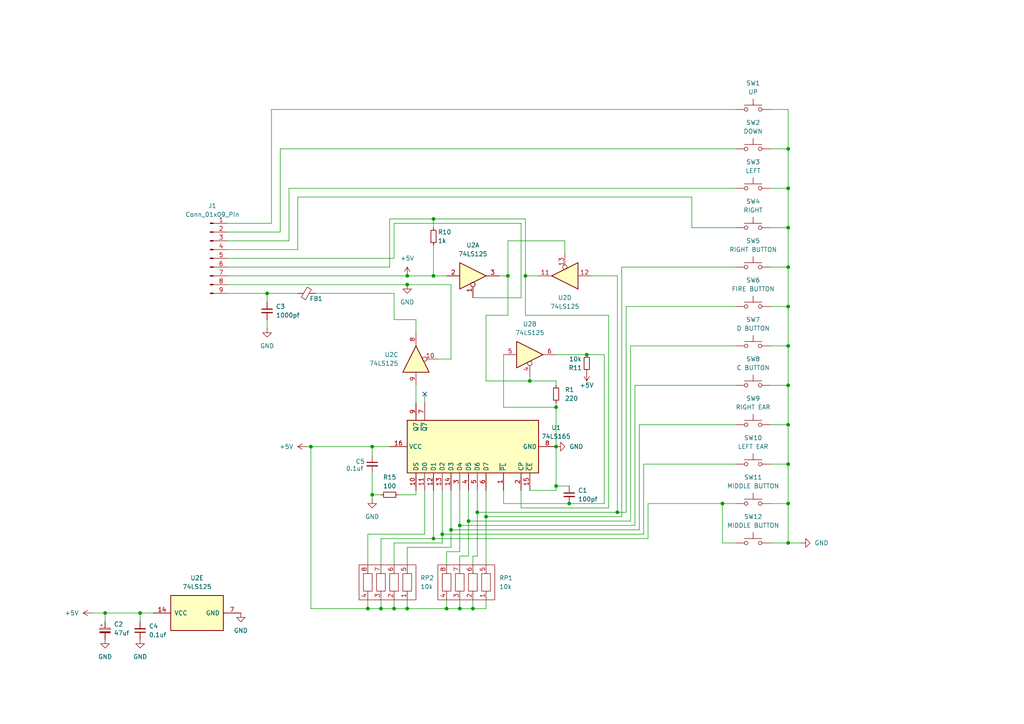
<source format=kicad_sch>
(kicad_sch (version 20231120) (generator "eeschema") (generator_version "8.0")
  (paper "A4")
  (title_block (title "CD32 to A500 pad") (date "MAR 2025") (rev "1") (company "CRG"))
  (lib_symbols
    (symbol "74xx:74LS125" (pin_names (offset 1.016))
      (property "Reference" "U" (at 0 1.27 0))
      (property "Value" "74LS125" (at 0 -1.27 0))
      (symbol "74LS125_1_0"
        (polyline (pts (xy -3.81 3.81) (xy -3.81 -3.81) (xy 3.81 0) (xy -3.81 3.81)) (stroke (width 0.254)) (fill (type background)))
        (pin input inverted (at 0 -6.35 90) (length 4.445) (name "~") (number "1"))
        (pin input line (at -7.62 0 0) (length 3.81) (name "~") (number "2"))
        (pin tri_state line (at 7.62 0 180) (length 3.81) (name "~") (number "3"))
      )
      (symbol "74LS125_2_0"
        (polyline (pts (xy -3.81 3.81) (xy -3.81 -3.81) (xy 3.81 0) (xy -3.81 3.81)) (stroke (width 0.254)) (fill (type background)))
        (pin input inverted (at 0 -6.35 90) (length 4.445) (name "~") (number "4"))
        (pin input line (at -7.62 0 0) (length 3.81) (name "~") (number "5"))
        (pin tri_state line (at 7.62 0 180) (length 3.81) (name "~") (number "6"))
      )
      (symbol "74LS125_3_0"
        (polyline (pts (xy -3.81 3.81) (xy -3.81 -3.81) (xy 3.81 0) (xy -3.81 3.81)) (stroke (width 0.254)) (fill (type background)))
        (pin input inverted (at 0 -6.35 90) (length 4.445) (name "~") (number "10"))
        (pin tri_state line (at 7.62 0 180) (length 3.81) (name "~") (number "8"))
        (pin input line (at -7.62 0 0) (length 3.81) (name "~") (number "9"))
      )
      (symbol "74LS125_4_0"
        (polyline (pts (xy -3.81 3.81) (xy -3.81 -3.81) (xy 3.81 0) (xy -3.81 3.81)) (stroke (width 0.254)) (fill (type background)))
        (pin tri_state line (at 7.62 0 180) (length 3.81) (name "~") (number "11"))
        (pin input line (at -7.62 0 0) (length 3.81) (name "~") (number "12"))
        (pin input inverted (at 0 -6.35 90) (length 4.445) (name "~") (number "13"))
      )
      (symbol "74LS125_5_0"
        (pin power_in line (at 0 12.7 270) (length 5.08) (name "VCC") (number "14"))
        (pin power_in line (at 0 -12.7 90) (length 5.08) (name "GND") (number "7"))
      )
      (symbol "74LS125_5_1"
        (rectangle (start -5.08 7.62) (end 5.08 -7.62) (stroke (width 0.254)) (fill (type background)))
      )
    )
    (symbol "74xx:74LS165"
      (property "Reference" "U" (at -7.62 19.05 0))
      (property "Value" "74LS165" (at -7.62 -21.59 0))
      (symbol "74LS165_1_0"
        (pin input line (at -12.7 -10.16 0) (length 5.08) (name "~{PL}") (number "1"))
        (pin input line (at -12.7 15.24 0) (length 5.08) (name "DS") (number "10"))
        (pin input line (at -12.7 12.7 0) (length 5.08) (name "D0") (number "11"))
        (pin input line (at -12.7 10.16 0) (length 5.08) (name "D1") (number "12"))
        (pin input line (at -12.7 7.62 0) (length 5.08) (name "D2") (number "13"))
        (pin input line (at -12.7 5.08 0) (length 5.08) (name "D3") (number "14"))
        (pin input line (at -12.7 -17.78 0) (length 5.08) (name "~{CE}") (number "15"))
        (pin power_in line (at 0 22.86 270) (length 5.08) (name "VCC") (number "16"))
        (pin input line (at -12.7 -15.24 0) (length 5.08) (name "CP") (number "2"))
        (pin input line (at -12.7 2.54 0) (length 5.08) (name "D4") (number "3"))
        (pin input line (at -12.7 0 0) (length 5.08) (name "D5") (number "4"))
        (pin input line (at -12.7 -2.54 0) (length 5.08) (name "D6") (number "5"))
        (pin input line (at -12.7 -5.08 0) (length 5.08) (name "D7") (number "6"))
        (pin output line (at 12.7 12.7 180) (length 5.08) (name "~{Q7}") (number "7"))
        (pin power_in line (at 0 -25.4 90) (length 5.08) (name "GND") (number "8"))
        (pin output line (at 12.7 15.24 180) (length 5.08) (name "Q7") (number "9"))
      )
      (symbol "74LS165_1_1"
        (rectangle (start -7.62 17.78) (end 7.62 -20.32) (stroke (width 0.254)) (fill (type background)))
      )
    )
    (symbol "Connector:Conn_01x09_Pin" (pin_names (offset 1.016) hide)
      (property "Reference" "J" (at 0 12.7 0))
      (property "Value" "Conn_01x09_Pin" (at 0 -12.7 0))
      (symbol "Conn_01x09_Pin_1_1"
        (polyline (pts (xy 1.27 -10.16) (xy 0.8636 -10.16)) (stroke (width 0.1524)))
        (polyline (pts (xy 1.27 -7.62) (xy 0.8636 -7.62)) (stroke (width 0.1524)))
        (polyline (pts (xy 1.27 -5.08) (xy 0.8636 -5.08)) (stroke (width 0.1524)))
        (polyline (pts (xy 1.27 -2.54) (xy 0.8636 -2.54)) (stroke (width 0.1524)))
        (polyline (pts (xy 1.27 0) (xy 0.8636 0)) (stroke (width 0.1524)))
        (polyline (pts (xy 1.27 2.54) (xy 0.8636 2.54)) (stroke (width 0.1524)))
        (polyline (pts (xy 1.27 5.08) (xy 0.8636 5.08)) (stroke (width 0.1524)))
        (polyline (pts (xy 1.27 7.62) (xy 0.8636 7.62)) (stroke (width 0.1524)))
        (polyline (pts (xy 1.27 10.16) (xy 0.8636 10.16)) (stroke (width 0.1524)))
        (rectangle (start 0.8636 -10.033) (end 0 -10.287) (stroke (width 0.1524)) (fill (type outline)))
        (rectangle (start 0.8636 -7.493) (end 0 -7.747) (stroke (width 0.1524)) (fill (type outline)))
        (rectangle (start 0.8636 -4.953) (end 0 -5.207) (stroke (width 0.1524)) (fill (type outline)))
        (rectangle (start 0.8636 -2.413) (end 0 -2.667) (stroke (width 0.1524)) (fill (type outline)))
        (rectangle (start 0.8636 0.127) (end 0 -0.127) (stroke (width 0.1524)) (fill (type outline)))
        (rectangle (start 0.8636 2.667) (end 0 2.413) (stroke (width 0.1524)) (fill (type outline)))
        (rectangle (start 0.8636 5.207) (end 0 4.953) (stroke (width 0.1524)) (fill (type outline)))
        (rectangle (start 0.8636 7.747) (end 0 7.493) (stroke (width 0.1524)) (fill (type outline)))
        (rectangle (start 0.8636 10.287) (end 0 10.033) (stroke (width 0.1524)) (fill (type outline)))
        (pin passive line (at 5.08 10.16 180) (length 3.81) (name "Pin_1") (number "1"))
        (pin passive line (at 5.08 7.62 180) (length 3.81) (name "Pin_2") (number "2"))
        (pin passive line (at 5.08 5.08 180) (length 3.81) (name "Pin_3") (number "3"))
        (pin passive line (at 5.08 2.54 180) (length 3.81) (name "Pin_4") (number "4"))
        (pin passive line (at 5.08 0 180) (length 3.81) (name "Pin_5") (number "5"))
        (pin passive line (at 5.08 -2.54 180) (length 3.81) (name "Pin_6") (number "6"))
        (pin passive line (at 5.08 -5.08 180) (length 3.81) (name "Pin_7") (number "7"))
        (pin passive line (at 5.08 -7.62 180) (length 3.81) (name "Pin_8") (number "8"))
        (pin passive line (at 5.08 -10.16 180) (length 3.81) (name "Pin_9") (number "9"))
      )
    )
    (symbol "Device:C_Polarized_Small" (pin_numbers hide) (pin_names (offset 0.254) hide)
      (property "Reference" "C" (at 0.254 1.778 0))
      (property "Value" "C_Polarized_Small" (at 0.254 -2.032 0))
      (symbol "C_Polarized_Small_0_1"
        (rectangle (start -1.524 -0.3048) (end 1.524 -0.6858) (fill (type outline)))
        (rectangle (start -1.524 0.6858) (end 1.524 0.3048))
        (polyline (pts (xy -1.27 1.524) (xy -0.762 1.524)))
        (polyline (pts (xy -1.016 1.27) (xy -1.016 1.778)))
      )
      (symbol "C_Polarized_Small_1_1"
        (pin passive line (at 0 2.54 270) (length 1.8542) (name "~") (number "1"))
        (pin passive line (at 0 -2.54 90) (length 1.8542) (name "~") (number "2"))
      )
    )
    (symbol "Device:C_Small" (pin_numbers hide) (pin_names (offset 0.254) hide)
      (property "Reference" "C" (at 0.254 1.778 0))
      (property "Value" "C_Small" (at 0.254 -2.032 0))
      (symbol "C_Small_0_1"
        (polyline (pts (xy -1.524 -0.508) (xy 1.524 -0.508)) (stroke (width 0.3302)))
        (polyline (pts (xy -1.524 0.508) (xy 1.524 0.508)) (stroke (width 0.3048)))
      )
      (symbol "C_Small_1_1"
        (pin passive line (at 0 2.54 270) (length 2.032) (name "~") (number "1"))
        (pin passive line (at 0 -2.54 90) (length 2.032) (name "~") (number "2"))
      )
    )
    (symbol "Device:FerriteBead_Small" (pin_numbers hide) (pin_names (offset 0))
      (property "Reference" "FB" (at 1.905 1.27 0))
      (property "Value" "FerriteBead_Small" (at 1.905 -1.27 0))
      (symbol "FerriteBead_Small_0_1"
        (polyline (pts (xy 0 -1.27) (xy 0 -0.7874)))
        (polyline (pts (xy 0 0.889) (xy 0 1.2954)))
        (polyline (pts (xy -1.8288 0.2794) (xy -1.1176 1.4986) (xy 1.8288 -0.2032) (xy 1.1176 -1.4224) (xy -1.8288 0.2794)))
      )
      (symbol "FerriteBead_Small_1_1"
        (pin passive line (at 0 2.54 270) (length 1.27) (name "~") (number "1"))
        (pin passive line (at 0 -2.54 90) (length 1.27) (name "~") (number "2"))
      )
    )
    (symbol "Device:R_Small" (pin_numbers hide) (pin_names (offset 0.254) hide)
      (property "Reference" "R" (at 0.762 0.508 0))
      (property "Value" "R_Small" (at 0.762 -1.016 0))
      (symbol "R_Small_0_1"
        (rectangle (start -0.762 1.778) (end 0.762 -1.778) (stroke (width 0.2032)))
      )
      (symbol "R_Small_1_1"
        (pin passive line (at 0 2.54 270) (length 0.762) (name "~") (number "1"))
        (pin passive line (at 0 -2.54 90) (length 0.762) (name "~") (number "2"))
      )
    )
    (symbol "Resistor-SIP_1" (pin_names (offset 1.016))
      (property "Reference" "RP2" (at 1.2701 -17.78 90))
      (property "Value" "10k" (at -1.2699 -17.78 90))
      (symbol "Resistor-SIP_1_0_1"
        (rectangle (start -2.54 -12.7) (end 2.54 -15.24))
        (rectangle (start -2.54 -8.89) (end 2.54 -11.43))
        (rectangle (start -2.54 -5.08) (end 2.54 -7.62))
        (rectangle (start -2.54 -1.27) (end 2.54 -3.81))
        (rectangle (start 5.08 -16.51) (end -5.08 0))
      )
      (symbol "Resistor-SIP_1_1_1"
        (pin input line (at -5.08 -13.97 0) (length 2.54) (name "~") (number "1"))
        (pin input line (at -5.08 -10.16 0) (length 2.54) (name "~") (number "2"))
        (pin input line (at -5.08 -6.35 0) (length 2.54) (name "~") (number "3"))
        (pin input line (at -5.08 -2.54 0) (length 2.54) (name "~") (number "4"))
        (pin output line (at 5.08 -13.97 180) (length 2.54) (name "~") (number "5"))
        (pin output line (at 5.08 -10.16 180) (length 2.54) (name "~") (number "6"))
        (pin output line (at 5.08 -6.35 180) (length 2.54) (name "~") (number "7"))
        (pin output line (at 5.08 -2.54 180) (length 2.54) (name "~") (number "8"))
      )
    )
    (symbol "Switch:SW_Push" (pin_numbers hide) (pin_names (offset 1.016) hide)
      (property "Reference" "SW" (at 1.27 2.54 0))
      (property "Value" "SW_Push" (at 0 -1.524 0))
      (symbol "SW_Push_0_1"
        (circle (center -2.032 0) (radius 0.508))
        (polyline (pts (xy 0 1.27) (xy 0 3.048)))
        (polyline (pts (xy 2.54 1.27) (xy -2.54 1.27)))
        (circle (center 2.032 0) (radius 0.508))
        (pin passive line (at -5.08 0 0) (length 2.54) (name "1") (number "1"))
        (pin passive line (at 5.08 0 180) (length 2.54) (name "2") (number "2"))
      )
    )
    (symbol "amiga-component:Resistor-SIP" (pin_names (offset 1.016))
      (property "Reference" "RP1" (at 1.2701 -17.78 90))
      (property "Value" "10k" (at -1.2699 -17.78 90))
      (symbol "Resistor-SIP_0_1"
        (rectangle (start -2.54 -12.7) (end 2.54 -15.24))
        (rectangle (start -2.54 -8.89) (end 2.54 -11.43))
        (rectangle (start -2.54 -5.08) (end 2.54 -7.62))
        (rectangle (start -2.54 -1.27) (end 2.54 -3.81))
        (rectangle (start 5.08 -16.51) (end -5.08 0))
      )
      (symbol "Resistor-SIP_1_1"
        (pin input line (at -5.08 -13.97 0) (length 2.54) (name "~") (number "1"))
        (pin input line (at -5.08 -10.16 0) (length 2.54) (name "~") (number "2"))
        (pin input line (at -5.08 -6.35 0) (length 2.54) (name "~") (number "3"))
        (pin input line (at -5.08 -2.54 0) (length 2.54) (name "~") (number "4"))
        (pin output line (at 5.08 -13.97 180) (length 2.54) (name "~") (number "5"))
        (pin output line (at 5.08 -10.16 180) (length 2.54) (name "~") (number "6"))
        (pin output line (at 5.08 -6.35 180) (length 2.54) (name "~") (number "7"))
        (pin output line (at 5.08 -2.54 180) (length 2.54) (name "~") (number "8"))
      )
    )
    (symbol "power:+5V" (power) (pin_numbers hide) (pin_names (offset 0) hide)
      (property "Value" "+5V" (at 0 3.556 0))
      (symbol "+5V_0_1"
        (polyline (pts (xy -0.762 1.27) (xy 0 2.54)))
        (polyline (pts (xy 0 0) (xy 0 2.54)))
        (polyline (pts (xy 0 2.54) (xy 0.762 1.27)))
      )
      (symbol "+5V_1_1"
        (pin power_in line (at 0 0 90) (length 0) (name "~") (number "1"))
      )
    )
    (symbol "power:GND" (power) (pin_numbers hide) (pin_names (offset 0) hide)
      (property "Value" "GND" (at 0 -3.81 0))
      (symbol "GND_0_1"
        (polyline (pts (xy 0 0) (xy 0 -1.27) (xy 1.27 -1.27) (xy 0 -2.54) (xy -1.27 -1.27) (xy 0 -1.27)))
      )
      (symbol "GND_1_1"
        (pin power_in line (at 0 0 270) (length 0) (name "~") (number "1"))
      )
    )
  )
  (junction (at 118.11 80.01))
  (junction (at 228.6 146.05))
  (junction (at 161.29 129.54))
  (junction (at 228.6 66.04))
  (junction (at 130.81 153.67))
  (junction (at 228.6 134.62))
  (junction (at 179.07 148.59))
  (junction (at 110.49 176.53))
  (junction (at 125.73 156.21))
  (junction (at 107.95 129.54))
  (junction (at 114.3 176.53))
  (junction (at 228.6 77.47))
  (junction (at 228.6 100.33))
  (junction (at 228.6 157.48))
  (junction (at 228.6 54.61))
  (junction (at 228.6 123.19))
  (junction (at 128.27 154.94))
  (junction (at 170.18 102.87))
  (junction (at 228.6 111.76))
  (junction (at 161.29 140.97))
  (junction (at 165.1 146.05))
  (junction (at 138.43 148.59))
  (junction (at 118.11 176.53))
  (junction (at 209.55 146.05))
  (junction (at 125.73 80.01))
  (junction (at 137.16 176.53))
  (junction (at 135.89 151.13))
  (junction (at 90.17 129.54))
  (junction (at 133.35 176.53))
  (junction (at 152.4 80.01))
  (junction (at 228.6 88.9))
  (junction (at 228.6 43.18))
  (junction (at 77.47 85.09))
  (junction (at 161.29 118.11))
  (junction (at 106.68 176.53))
  (junction (at 125.73 63.5))
  (junction (at 153.67 110.49))
  (junction (at 30.48 177.8))
  (junction (at 129.54 176.53))
  (junction (at 147.32 80.01))
  (junction (at 107.95 143.51))
  (junction (at 133.35 152.4))
  (junction (at 140.97 149.86))
  (junction (at 118.11 82.55))
  (junction (at 40.64 177.8))
  (no_connect (at 123.19 114.3))
  (wire (pts (xy 113.03 63.5) (xy 125.73 63.5)))
  (wire (pts (xy 228.6 111.76) (xy 228.6 123.19)))
  (wire (pts (xy 187.96 146.05) (xy 187.96 156.21)))
  (wire (pts (xy 213.36 54.61) (xy 83.82 54.61)))
  (wire (pts (xy 26.67 177.8) (xy 30.48 177.8)))
  (wire (pts (xy 128.27 154.94) (xy 128.27 157.48)))
  (wire (pts (xy 140.97 91.44) (xy 147.32 91.44)))
  (wire (pts (xy 228.6 157.48) (xy 223.52 157.48)))
  (wire (pts (xy 129.54 176.53) (xy 133.35 176.53)))
  (wire (pts (xy 181.61 88.9) (xy 181.61 148.59)))
  (wire (pts (xy 165.1 146.05) (xy 175.26 146.05)))
  (wire (pts (xy 182.88 151.13) (xy 135.89 151.13)))
  (wire (pts (xy 146.05 118.11) (xy 161.29 118.11)))
  (wire (pts (xy 209.55 146.05) (xy 213.36 146.05)))
  (wire (pts (xy 228.6 100.33) (xy 228.6 111.76)))
  (wire (pts (xy 130.81 153.67) (xy 130.81 158.75)))
  (wire (pts (xy 213.36 31.75) (xy 78.74 31.75)))
  (wire (pts (xy 213.36 43.18) (xy 81.28 43.18)))
  (wire (pts (xy 151.13 64.77) (xy 151.13 86.36)))
  (wire (pts (xy 228.6 43.18) (xy 223.52 43.18)))
  (wire (pts (xy 161.29 140.97) (xy 161.29 129.54)))
  (wire (pts (xy 106.68 163.83) (xy 106.68 154.94)))
  (wire (pts (xy 228.6 146.05) (xy 228.6 157.48)))
  (wire (pts (xy 200.66 57.15) (xy 86.36 57.15)))
  (wire (pts (xy 170.18 102.87) (xy 161.29 102.87)))
  (wire (pts (xy 107.95 143.51) (xy 107.95 137.16)))
  (wire (pts (xy 137.16 161.29) (xy 138.43 161.29)))
  (wire (pts (xy 200.66 66.04) (xy 200.66 57.15)))
  (wire (pts (xy 129.54 173.99) (xy 129.54 176.53)))
  (wire (pts (xy 180.34 77.47) (xy 213.36 77.47)))
  (wire (pts (xy 144.78 80.01) (xy 147.32 80.01)))
  (wire (pts (xy 152.4 63.5) (xy 152.4 80.01)))
  (wire (pts (xy 147.32 69.85) (xy 163.83 69.85)))
  (wire (pts (xy 228.6 111.76) (xy 223.52 111.76)))
  (wire (pts (xy 138.43 148.59) (xy 179.07 148.59)))
  (wire (pts (xy 81.28 43.18) (xy 81.28 67.31)))
  (wire (pts (xy 228.6 134.62) (xy 228.6 146.05)))
  (wire (pts (xy 127 104.14) (xy 130.81 104.14)))
  (wire (pts (xy 213.36 66.04) (xy 200.66 66.04)))
  (wire (pts (xy 151.13 142.24) (xy 151.13 147.32)))
  (wire (pts (xy 175.26 146.05) (xy 175.26 102.87)))
  (wire (pts (xy 147.32 80.01) (xy 147.32 91.44)))
  (wire (pts (xy 91.44 85.09) (xy 114.3 85.09)))
  (wire (pts (xy 138.43 142.24) (xy 138.43 148.59)))
  (wire (pts (xy 66.04 80.01) (xy 118.11 80.01)))
  (wire (pts (xy 128.27 157.48) (xy 114.3 157.48)))
  (wire (pts (xy 133.35 161.29) (xy 133.35 163.83)))
  (wire (pts (xy 228.6 77.47) (xy 223.52 77.47)))
  (wire (pts (xy 228.6 88.9) (xy 223.52 88.9)))
  (wire (pts (xy 66.04 74.93) (xy 114.3 74.93)))
  (wire (pts (xy 146.05 146.05) (xy 165.1 146.05)))
  (wire (pts (xy 90.17 176.53) (xy 106.68 176.53)))
  (wire (pts (xy 135.89 142.24) (xy 135.89 151.13)))
  (wire (pts (xy 146.05 102.87) (xy 146.05 118.11)))
  (wire (pts (xy 40.64 177.8) (xy 40.64 180.34)))
  (wire (pts (xy 176.53 147.32) (xy 176.53 91.44)))
  (wire (pts (xy 147.32 69.85) (xy 147.32 80.01)))
  (wire (pts (xy 78.74 64.77) (xy 66.04 64.77)))
  (wire (pts (xy 213.36 134.62) (xy 186.69 134.62)))
  (wire (pts (xy 110.49 163.83) (xy 110.49 156.21)))
  (wire (pts (xy 161.29 142.24) (xy 161.29 140.97)))
  (wire (pts (xy 125.73 80.01) (xy 129.54 80.01)))
  (wire (pts (xy 106.68 154.94) (xy 123.19 154.94)))
  (wire (pts (xy 184.15 111.76) (xy 184.15 152.4)))
  (wire (pts (xy 228.6 54.61) (xy 223.52 54.61)))
  (wire (pts (xy 140.97 176.53) (xy 137.16 176.53)))
  (wire (pts (xy 228.6 31.75) (xy 228.6 43.18)))
  (wire (pts (xy 153.67 142.24) (xy 161.29 142.24)))
  (wire (pts (xy 120.65 111.76) (xy 120.65 116.84)))
  (wire (pts (xy 152.4 80.01) (xy 156.21 80.01)))
  (wire (pts (xy 125.73 63.5) (xy 152.4 63.5)))
  (wire (pts (xy 115.57 143.51) (xy 120.65 143.51)))
  (wire (pts (xy 228.6 31.75) (xy 223.52 31.75)))
  (wire (pts (xy 213.36 123.19) (xy 185.42 123.19)))
  (wire (pts (xy 133.35 173.99) (xy 133.35 176.53)))
  (wire (pts (xy 179.07 148.59) (xy 179.07 80.01)))
  (wire (pts (xy 153.67 109.22) (xy 153.67 110.49)))
  (wire (pts (xy 153.67 110.49) (xy 140.97 110.49)))
  (wire (pts (xy 110.49 143.51) (xy 107.95 143.51)))
  (wire (pts (xy 123.19 114.3) (xy 123.19 116.84)))
  (wire (pts (xy 110.49 156.21) (xy 125.73 156.21)))
  (wire (pts (xy 163.83 69.85) (xy 163.83 73.66)))
  (wire (pts (xy 140.97 173.99) (xy 140.97 176.53)))
  (wire (pts (xy 90.17 129.54) (xy 107.95 129.54)))
  (wire (pts (xy 110.49 176.53) (xy 114.3 176.53)))
  (wire (pts (xy 137.16 163.83) (xy 137.16 161.29)))
  (wire (pts (xy 161.29 110.49) (xy 161.29 111.76)))
  (wire (pts (xy 30.48 177.8) (xy 40.64 177.8)))
  (wire (pts (xy 140.97 110.49) (xy 140.97 91.44)))
  (wire (pts (xy 129.54 160.02) (xy 129.54 163.83)))
  (wire (pts (xy 128.27 142.24) (xy 128.27 154.94)))
  (wire (pts (xy 133.35 152.4) (xy 184.15 152.4)))
  (wire (pts (xy 118.11 173.99) (xy 118.11 176.53)))
  (wire (pts (xy 77.47 95.25) (xy 77.47 92.71)))
  (wire (pts (xy 118.11 158.75) (xy 130.81 158.75)))
  (wire (pts (xy 125.73 66.04) (xy 125.73 63.5)))
  (wire (pts (xy 228.6 43.18) (xy 228.6 54.61)))
  (wire (pts (xy 125.73 71.12) (xy 125.73 80.01)))
  (wire (pts (xy 228.6 146.05) (xy 223.52 146.05)))
  (wire (pts (xy 187.96 156.21) (xy 125.73 156.21)))
  (wire (pts (xy 151.13 147.32) (xy 176.53 147.32)))
  (wire (pts (xy 125.73 142.24) (xy 125.73 156.21)))
  (wire (pts (xy 118.11 82.55) (xy 130.81 82.55)))
  (wire (pts (xy 161.29 118.11) (xy 161.29 129.54)))
  (wire (pts (xy 107.95 129.54) (xy 113.03 129.54)))
  (wire (pts (xy 133.35 142.24) (xy 133.35 152.4)))
  (wire (pts (xy 161.29 116.84) (xy 161.29 118.11)))
  (wire (pts (xy 114.3 173.99) (xy 114.3 176.53)))
  (wire (pts (xy 77.47 87.63) (xy 77.47 85.09)))
  (wire (pts (xy 228.6 54.61) (xy 228.6 66.04)))
  (wire (pts (xy 228.6 66.04) (xy 223.52 66.04)))
  (wire (pts (xy 186.69 134.62) (xy 186.69 154.94)))
  (wire (pts (xy 114.3 85.09) (xy 114.3 92.71)))
  (wire (pts (xy 114.3 92.71) (xy 120.65 92.71)))
  (wire (pts (xy 114.3 176.53) (xy 118.11 176.53)))
  (wire (pts (xy 135.89 151.13) (xy 135.89 161.29)))
  (wire (pts (xy 153.67 110.49) (xy 161.29 110.49)))
  (wire (pts (xy 113.03 77.47) (xy 113.03 63.5)))
  (wire (pts (xy 228.6 100.33) (xy 223.52 100.33)))
  (wire (pts (xy 133.35 176.53) (xy 137.16 176.53)))
  (wire (pts (xy 137.16 173.99) (xy 137.16 176.53)))
  (wire (pts (xy 106.68 176.53) (xy 110.49 176.53)))
  (wire (pts (xy 228.6 157.48) (xy 232.41 157.48)))
  (wire (pts (xy 176.53 91.44) (xy 152.4 91.44)))
  (wire (pts (xy 140.97 149.86) (xy 140.97 163.83)))
  (wire (pts (xy 209.55 157.48) (xy 213.36 157.48)))
  (wire (pts (xy 118.11 82.55) (xy 66.04 82.55)))
  (wire (pts (xy 133.35 160.02) (xy 129.54 160.02)))
  (wire (pts (xy 114.3 74.93) (xy 114.3 64.77)))
  (wire (pts (xy 130.81 142.24) (xy 130.81 153.67)))
  (wire (pts (xy 107.95 129.54) (xy 107.95 132.08)))
  (wire (pts (xy 110.49 173.99) (xy 110.49 176.53)))
  (wire (pts (xy 228.6 66.04) (xy 228.6 77.47)))
  (wire (pts (xy 77.47 85.09) (xy 86.36 85.09)))
  (wire (pts (xy 66.04 77.47) (xy 113.03 77.47)))
  (wire (pts (xy 66.04 85.09) (xy 77.47 85.09)))
  (wire (pts (xy 114.3 64.77) (xy 151.13 64.77)))
  (wire (pts (xy 120.65 143.51) (xy 120.65 142.24)))
  (wire (pts (xy 83.82 54.61) (xy 83.82 69.85)))
  (wire (pts (xy 151.13 86.36) (xy 137.16 86.36)))
  (wire (pts (xy 228.6 77.47) (xy 228.6 88.9)))
  (wire (pts (xy 209.55 146.05) (xy 209.55 157.48)))
  (wire (pts (xy 182.88 100.33) (xy 182.88 151.13)))
  (wire (pts (xy 213.36 88.9) (xy 181.61 88.9)))
  (wire (pts (xy 135.89 161.29) (xy 133.35 161.29)))
  (wire (pts (xy 118.11 80.01) (xy 125.73 80.01)))
  (wire (pts (xy 86.36 57.15) (xy 86.36 72.39)))
  (wire (pts (xy 175.26 102.87) (xy 170.18 102.87)))
  (wire (pts (xy 179.07 80.01) (xy 171.45 80.01)))
  (wire (pts (xy 83.82 69.85) (xy 66.04 69.85)))
  (wire (pts (xy 40.64 177.8) (xy 44.45 177.8)))
  (wire (pts (xy 140.97 149.86) (xy 180.34 149.86)))
  (wire (pts (xy 88.9 129.54) (xy 90.17 129.54)))
  (wire (pts (xy 120.65 92.71) (xy 120.65 96.52)))
  (wire (pts (xy 118.11 158.75) (xy 118.11 163.83)))
  (wire (pts (xy 161.29 140.97) (xy 165.1 140.97)))
  (wire (pts (xy 181.61 148.59) (xy 179.07 148.59)))
  (wire (pts (xy 228.6 123.19) (xy 223.52 123.19)))
  (wire (pts (xy 133.35 152.4) (xy 133.35 160.02)))
  (wire (pts (xy 185.42 123.19) (xy 185.42 153.67)))
  (wire (pts (xy 86.36 72.39) (xy 66.04 72.39)))
  (wire (pts (xy 180.34 149.86) (xy 180.34 77.47)))
  (wire (pts (xy 90.17 129.54) (xy 90.17 176.53)))
  (wire (pts (xy 106.68 173.99) (xy 106.68 176.53)))
  (wire (pts (xy 213.36 100.33) (xy 182.88 100.33)))
  (wire (pts (xy 138.43 148.59) (xy 138.43 161.29)))
  (wire (pts (xy 228.6 134.62) (xy 223.52 134.62)))
  (wire (pts (xy 78.74 31.75) (xy 78.74 64.77)))
  (wire (pts (xy 123.19 154.94) (xy 123.19 142.24)))
  (wire (pts (xy 146.05 142.24) (xy 146.05 146.05)))
  (wire (pts (xy 209.55 146.05) (xy 187.96 146.05)))
  (wire (pts (xy 130.81 153.67) (xy 185.42 153.67)))
  (wire (pts (xy 30.48 177.8) (xy 30.48 180.34)))
  (wire (pts (xy 114.3 157.48) (xy 114.3 163.83)))
  (wire (pts (xy 130.81 104.14) (xy 130.81 82.55)))
  (wire (pts (xy 81.28 67.31) (xy 66.04 67.31)))
  (wire (pts (xy 128.27 154.94) (xy 186.69 154.94)))
  (wire (pts (xy 107.95 144.78) (xy 107.95 143.51)))
  (wire (pts (xy 228.6 88.9) (xy 228.6 100.33)))
  (wire (pts (xy 152.4 91.44) (xy 152.4 80.01)))
  (wire (pts (xy 118.11 176.53) (xy 129.54 176.53)))
  (wire (pts (xy 228.6 123.19) (xy 228.6 134.62)))
  (wire (pts (xy 213.36 111.76) (xy 184.15 111.76)))
  (wire (pts (xy 140.97 142.24) (xy 140.97 149.86)))
  (symbol (lib_id "Connector:Conn_01x09_Pin") (at 60.96 74.93 0) (unit 1)
    (property "Reference" "J1" (at 61.595 59.69 0))
    (property "Value" "Conn_01x09_Pin" (at 61.595 62.23 0))
    (property "Footprint" "Connector_PinHeader_1.27mm:PinHeader_1x09_P1.27mm_Vertical" (effects (hide yes)))
    (property "Description" "Generic connector, single row, 01x09, script generated" (effects (hide yes)))
  )
  (symbol (lib_id "Device:FerriteBead_Small") (at 88.9 85.09 90) (unit 1)
    (property "Reference" "FB1" (at 91.694 86.614 90))
    (property "Value" "FerriteBead_Small" (effects (hide yes)))
    (property "Footprint" "Capacitor_SMD:C_0402_1005Metric_Pad0.74x0.62mm_HandSolder" (effects (hide yes)))
    (property "Description" "Ferrite bead, small symbol" (effects (hide yes)))
    (property "LCSC" "C32472" (effects (hide yes)))
  )
  (symbol (lib_id "74xx:74LS125") (at 57.15 177.8 90) (unit 5)
    (property "Reference" "U2" (at 57.15 167.64 90))
    (property "Value" "74LS125" (at 57.15 170.18 90))
    (property "Footprint" "Package_SO:SOIC-14_3.9x8.7mm_P1.27mm" (effects (hide yes)))
    (property "Datasheet" "http://www.ti.com/lit/gpn/sn74LS125" (effects (hide yes)))
    (property "Description" "Quad buffer 3-State outputs" (effects (hide yes)))
    (property "LCSC" "C7734" (effects (hide yes)))
  )
  (symbol (lib_id "power:GND") (at 40.64 185.42 0) (unit 1)
    (property "Reference" "#PWR04" (effects (hide yes)))
    (property "Value" "GND" (at 40.64 190.5 0))
    (property "Description" "Power symbol creates a global label with name \"GND\" , ground" (effects (hide yes)))
  )
  (symbol (lib_id "Device:C_Small") (at 107.95 134.62 0) (unit 1)
    (property "Reference" "C5" (at 103.124 133.858 0) (effects (justify left)))
    (property "Value" "0.1uf" (at 100.33 135.89 0) (effects (justify left)))
    (property "Footprint" "Capacitor_SMD:C_0402_1005Metric_Pad0.74x0.62mm_HandSolder" (effects (hide yes)))
    (property "Description" "Unpolarized capacitor, small symbol" (effects (hide yes)))
    (property "LCSC" "C307331" (effects (hide yes)))
  )
  (symbol (lib_id "Switch:SW_Push") (at 218.44 88.9 0) (unit 1)
    (property "Reference" "SW6" (at 218.44 81.28 0))
    (property "Value" "FIRE BUTTON" (at 218.44 83.82 0))
    (property "Footprint" "CRGs Footprints:Button contact 8mm" (effects (hide yes)))
    (property "Description" "Push button switch, generic, two pins" (effects (hide yes)))
  )
  (symbol (lib_id "power:GND") (at 77.47 95.25 0) (unit 1)
    (property "Reference" "#PWR012" (effects (hide yes)))
    (property "Value" "GND" (at 77.47 100.33 0))
    (property "Description" "Power symbol creates a global label with name \"GND\" , ground" (effects (hide yes)))
  )
  (symbol (lib_id "Device:R_Small") (at 161.29 114.3 180) (unit 1)
    (property "Reference" "R1" (at 163.83 113.0299 0) (effects (justify right)))
    (property "Value" "220" (at 163.83 115.5699 0) (effects (justify right)))
    (property "Footprint" "Resistor_SMD:R_0402_1005Metric_Pad0.72x0.64mm_HandSolder" (effects (hide yes)))
    (property "Description" "Resistor, small symbol" (effects (hide yes)))
    (property "LCSC" "C25091" (effects (hide yes)))
  )
  (symbol (lib_id "Switch:SW_Push") (at 218.44 43.18 0) (unit 1)
    (property "Reference" "SW2" (at 218.44 35.56 0))
    (property "Value" "DOWN" (at 218.44 38.1 0))
    (property "Footprint" "CRGs Footprints:Button contact 8mm" (effects (hide yes)))
    (property "Description" "Push button switch, generic, two pins" (effects (hide yes)))
  )
  (symbol (lib_id "Switch:SW_Push") (at 218.44 134.62 0) (unit 1)
    (property "Reference" "SW10" (at 218.44 127 0))
    (property "Value" "LEFT EAR" (at 218.44 129.54 0))
    (property "Footprint" "Button_Switch_THT:SW_Tactile_SPST_Angled_PTS645Vx39-2LFS" (effects (hide yes)))
    (property "Description" "Push button switch, generic, two pins" (effects (hide yes)))
    (property "LCSC" "C221887" (effects (hide yes)))
  )
  (symbol (lib_id "Switch:SW_Push") (at 218.44 54.61 0) (unit 1)
    (property "Reference" "SW3" (at 218.44 46.99 0))
    (property "Value" "LEFT" (at 218.44 49.53 0))
    (property "Footprint" "CRGs Footprints:Button contact 8mm" (effects (hide yes)))
    (property "Description" "Push button switch, generic, two pins" (effects (hide yes)))
  )
  (symbol (lib_id "74xx:74LS125") (at 120.65 104.14 90) (unit 3)
    (property "Reference" "U2" (at 115.57 102.8699 90) (effects (justify left)))
    (property "Value" "74LS125" (at 115.57 105.4099 90) (effects (justify left)))
    (property "Footprint" "Package_SO:SOIC-14_3.9x8.7mm_P1.27mm" (effects (hide yes)))
    (property "Datasheet" "http://www.ti.com/lit/gpn/sn74LS125" (effects (hide yes)))
    (property "Description" "Quad buffer 3-State outputs" (effects (hide yes)))
    (property "LCSC" "C7734" (effects (hide yes)))
  )
  (symbol (lib_id "74xx:74LS125") (at 163.83 80.01 180) (unit 4)
    (property "Reference" "U2" (at 163.83 86.36 0))
    (property "Value" "74LS125" (at 163.83 88.9 0))
    (property "Footprint" "Package_SO:SOIC-14_3.9x8.7mm_P1.27mm" (effects (hide yes)))
    (property "Datasheet" "http://www.ti.com/lit/gpn/sn74LS125" (effects (hide yes)))
    (property "Description" "Quad buffer 3-State outputs" (effects (hide yes)))
    (property "LCSC" "C7734" (effects (hide yes)))
  )
  (symbol (lib_id "Device:C_Small") (at 77.47 90.17 0) (unit 1)
    (property "Reference" "C3" (at 80.01 88.9062 0) (effects (justify left)))
    (property "Value" "1000pf" (at 80.01 91.4462 0) (effects (justify left)))
    (property "Footprint" "Capacitor_SMD:C_0402_1005Metric_Pad0.74x0.62mm_HandSolder" (effects (hide yes)))
    (property "Description" "Unpolarized capacitor, small symbol" (effects (hide yes)))
    (property "LCSC" "C1523" (effects (hide yes)))
  )
  (symbol (lib_id "Switch:SW_Push") (at 218.44 100.33 0) (unit 1)
    (property "Reference" "SW7" (at 218.44 92.71 0))
    (property "Value" "D BUTTON" (at 218.44 95.25 0))
    (property "Footprint" "CRGs Footprints:Button contact 8mm" (effects (hide yes)))
    (property "Description" "Push button switch, generic, two pins" (effects (hide yes)))
  )
  (symbol (lib_name "Resistor-SIP_1") (lib_id "amiga-component:Resistor-SIP") (at 104.14 168.91 90) (unit 1)
    (property "Reference" "RP2" (at 121.92 167.6399 90) (effects (justify right)))
    (property "Value" "10k" (at 121.92 170.1799 90) (effects (justify right)))
    (property "Footprint" "Resistor_SMD:R_Array_Concave_4x0402" (effects (hide yes)))
    (property "LCSC" "C414600" (effects (hide yes)))
  )
  (symbol (lib_id "Switch:SW_Push") (at 218.44 146.05 0) (unit 1)
    (property "Reference" "SW11" (at 218.44 138.43 0))
    (property "Value" "MIDDLE BUTTON" (at 218.44 140.97 0))
    (property "Footprint" "CRGs Footprints:Button contact 8mm" (effects (hide yes)))
    (property "Description" "Push button switch, generic, two pins" (effects (hide yes)))
  )
  (symbol (lib_id "Switch:SW_Push") (at 218.44 77.47 0) (unit 1)
    (property "Reference" "SW5" (at 218.44 69.85 0))
    (property "Value" "RIGHT BUTTON" (at 218.44 72.39 0))
    (property "Footprint" "CRGs Footprints:Button contact 8mm" (effects (hide yes)))
    (property "Description" "Push button switch, generic, two pins" (effects (hide yes)))
  )
  (symbol (lib_id "Device:R_Small") (at 125.73 68.58 180) (unit 1)
    (property "Reference" "R10" (at 127 67.31 0) (effects (justify right)))
    (property "Value" "1k" (at 127 69.85 0) (effects (justify right)))
    (property "Footprint" "Resistor_SMD:R_0402_1005Metric_Pad0.72x0.64mm_HandSolder" (effects (hide yes)))
    (property "Description" "Resistor, small symbol" (effects (hide yes)))
    (property "LCSC" "C11702" (effects (hide yes)))
  )
  (symbol (lib_id "Switch:SW_Push") (at 218.44 31.75 0) (unit 1)
    (property "Reference" "SW1" (at 218.44 24.13 0))
    (property "Value" "UP" (at 218.44 26.67 0))
    (property "Footprint" "CRGs Footprints:Button contact 8mm" (effects (hide yes)))
    (property "Description" "Push button switch, generic, two pins" (effects (hide yes)))
  )
  (symbol (lib_id "amiga-component:Resistor-SIP") (at 127 168.91 90) (unit 1)
    (property "Reference" "RP1" (at 144.78 167.6399 90) (effects (justify right)))
    (property "Value" "10k" (at 144.78 170.1799 90) (effects (justify right)))
    (property "Footprint" "Resistor_SMD:R_Array_Concave_4x0402" (effects (hide yes)))
    (property "LCSC" "C414600" (effects (hide yes)))
  )
  (symbol (lib_id "74xx:74LS165") (at 135.89 129.54 90) (unit 1)
    (property "Reference" "U1" (at 161.29 124.0438 90))
    (property "Value" "74LS165" (at 161.29 126.5838 90))
    (property "Footprint" "Package_SO:SOIC-16_3.9x9.9mm_P1.27mm" (effects (hide yes)))
    (property "Datasheet" "https://www.ti.com/lit/ds/symlink/sn74ls165a.pdf" (effects (hide yes)))
    (property "Description" "Shift Register 8-bit, parallel load" (effects (hide yes)))
    (property "LCSC" "C7742" (effects (hide yes)))
  )
  (symbol (lib_id "power:GND") (at 161.29 129.54 90) (unit 1)
    (property "Reference" "#PWR06" (effects (hide yes)))
    (property "Value" "GND" (at 165.1 129.5399 90) (effects (justify right)))
    (property "Description" "Power symbol creates a global label with name \"GND\" , ground" (effects (hide yes)))
  )
  (symbol (lib_id "Device:C_Small") (at 40.64 182.88 180) (unit 1)
    (property "Reference" "C4" (at 43.18 181.6035 0) (effects (justify right)))
    (property "Value" "0.1uf" (at 43.18 184.1435 0) (effects (justify right)))
    (property "Footprint" "Capacitor_SMD:C_0402_1005Metric_Pad0.74x0.62mm_HandSolder" (effects (hide yes)))
    (property "Description" "Unpolarized capacitor, small symbol" (effects (hide yes)))
    (property "LCSC" "C307331" (effects (hide yes)))
  )
  (symbol (lib_id "Switch:SW_Push") (at 218.44 123.19 0) (unit 1)
    (property "Reference" "SW9" (at 218.44 115.57 0))
    (property "Value" "RIGHT EAR" (at 218.44 118.11 0))
    (property "Footprint" "Button_Switch_THT:SW_Tactile_SPST_Angled_PTS645Vx39-2LFS" (effects (hide yes)))
    (property "Description" "Push button switch, generic, two pins" (effects (hide yes)))
    (property "LCSC" "C221887" (effects (hide yes)))
  )
  (symbol (lib_id "Switch:SW_Push") (at 218.44 157.48 0) (unit 1)
    (property "Reference" "SW12" (at 218.44 149.86 0))
    (property "Value" "MIDDLE BUTTON" (at 218.44 152.4 0))
    (property "Footprint" "CRGs Footprints:Button contact 8mm" (effects (hide yes)))
    (property "Description" "Push button switch, generic, two pins" (effects (hide yes)))
  )
  (symbol (lib_id "Device:C_Small") (at 165.1 143.51 0) (unit 1)
    (property "Reference" "C1" (at 167.64 142.2462 0) (effects (justify left)))
    (property "Value" "100pf" (at 167.64 144.7862 0) (effects (justify left)))
    (property "Footprint" "Capacitor_SMD:C_0402_1005Metric_Pad0.74x0.62mm_HandSolder" (effects (hide yes)))
    (property "Description" "Unpolarized capacitor, small symbol" (effects (hide yes)))
    (property "LCSC" "C1546" (effects (hide yes)))
  )
  (symbol (lib_id "power:GND") (at 30.48 185.42 0) (unit 1)
    (property "Reference" "#PWR03" (effects (hide yes)))
    (property "Value" "GND" (at 30.48 190.5 0))
    (property "Description" "Power symbol creates a global label with name \"GND\" , ground" (effects (hide yes)))
  )
  (symbol (lib_id "power:+5V") (at 170.18 107.95 180) (unit 1)
    (property "Reference" "#PWR010" (effects (hide yes)))
    (property "Value" "+5V" (at 172.212 111.76 0) (effects (justify left)))
    (property "Description" "Power symbol creates a global label with name \"+5V\"" (effects (hide yes)))
  )
  (symbol (lib_id "power:GND") (at 107.95 144.78 0) (unit 1)
    (property "Reference" "#PWR01" (effects (hide yes)))
    (property "Value" "GND" (at 107.95 149.86 0))
    (property "Description" "Power symbol creates a global label with name \"GND\" , ground" (effects (hide yes)))
  )
  (symbol (lib_id "Device:R_Small") (at 170.18 105.41 180) (unit 1)
    (property "Reference" "R11" (at 166.878 106.68 0))
    (property "Value" "10k" (at 166.878 104.14 0))
    (property "Footprint" "Resistor_SMD:R_0402_1005Metric_Pad0.72x0.64mm_HandSolder" (effects (hide yes)))
    (property "Description" "Resistor, small symbol" (effects (hide yes)))
    (property "LCSC" "C25744" (effects (hide yes)))
  )
  (symbol (lib_id "power:+5V") (at 118.11 80.01 0) (unit 1)
    (property "Reference" "#PWR08" (effects (hide yes)))
    (property "Value" "+5V" (at 118.11 74.93 0))
    (property "Description" "Power symbol creates a global label with name \"+5V\"" (effects (hide yes)))
  )
  (symbol (lib_id "power:+5V") (at 26.67 177.8 90) (unit 1)
    (property "Reference" "#PWR02" (effects (hide yes)))
    (property "Value" "+5V" (at 22.86 177.7999 90) (effects (justify left)))
    (property "Description" "Power symbol creates a global label with name \"+5V\"" (effects (hide yes)))
  )
  (symbol (lib_id "74xx:74LS125") (at 137.16 80.01 0) (unit 1)
    (property "Reference" "U2" (at 137.16 71.12 0))
    (property "Value" "74LS125" (at 137.16 73.66 0))
    (property "Footprint" "Package_SO:SOIC-14_3.9x8.7mm_P1.27mm" (effects (hide yes)))
    (property "Datasheet" "http://www.ti.com/lit/gpn/sn74LS125" (effects (hide yes)))
    (property "Description" "Quad buffer 3-State outputs" (effects (hide yes)))
    (property "LCSC" "C7734" (effects (hide yes)))
  )
  (symbol (lib_id "Device:R_Small") (at 113.03 143.51 90) (unit 1)
    (property "Reference" "R15" (at 113.03 138.43 90))
    (property "Value" "100" (at 113.03 140.97 90))
    (property "Footprint" "Resistor_SMD:R_0402_1005Metric_Pad0.72x0.64mm_HandSolder" (effects (hide yes)))
    (property "Description" "Resistor, small symbol" (effects (hide yes)))
    (property "LCSC" "C25076" (effects (hide yes)))
  )
  (symbol (lib_id "Switch:SW_Push") (at 218.44 66.04 0) (unit 1)
    (property "Reference" "SW4" (at 218.44 58.42 0))
    (property "Value" "RIGHT" (at 218.44 60.96 0))
    (property "Footprint" "CRGs Footprints:Button contact 8mm" (effects (hide yes)))
    (property "Description" "Push button switch, generic, two pins" (effects (hide yes)))
  )
  (symbol (lib_id "power:GND") (at 232.41 157.48 90) (unit 1)
    (property "Reference" "#PWR011" (effects (hide yes)))
    (property "Value" "GND" (at 236.22 157.4799 90) (effects (justify right)))
    (property "Description" "Power symbol creates a global label with name \"GND\" , ground" (effects (hide yes)))
  )
  (symbol (lib_id "power:GND") (at 69.85 177.8 0) (unit 1)
    (property "Reference" "#PWR05" (effects (hide yes)))
    (property "Value" "GND" (at 69.85 182.88 0))
    (property "Description" "Power symbol creates a global label with name \"GND\" , ground" (effects (hide yes)))
  )
  (symbol (lib_id "74xx:74LS125") (at 153.67 102.87 0) (unit 2)
    (property "Reference" "U2" (at 153.67 93.98 0))
    (property "Value" "74LS125" (at 153.67 96.52 0))
    (property "Footprint" "Package_SO:SOIC-14_3.9x8.7mm_P1.27mm" (effects (hide yes)))
    (property "Datasheet" "http://www.ti.com/lit/gpn/sn74LS125" (effects (hide yes)))
    (property "Description" "Quad buffer 3-State outputs" (effects (hide yes)))
    (property "LCSC" "C7734" (effects (hide yes)))
  )
  (symbol (lib_id "power:GND") (at 118.11 82.55 0) (unit 1)
    (property "Reference" "#PWR07" (effects (hide yes)))
    (property "Value" "GND" (at 118.11 87.63 0))
    (property "Description" "Power symbol creates a global label with name \"GND\" , ground" (effects (hide yes)))
  )
  (symbol (lib_id "Switch:SW_Push") (at 218.44 111.76 0) (unit 1)
    (property "Reference" "SW8" (at 218.44 104.14 0))
    (property "Value" "C BUTTON" (at 218.44 106.68 0))
    (property "Footprint" "CRGs Footprints:Button contact 8mm" (effects (hide yes)))
    (property "Description" "Push button switch, generic, two pins" (effects (hide yes)))
  )
  (symbol (lib_id "power:+5V") (at 88.9 129.54 90) (unit 1)
    (property "Reference" "#PWR09" (effects (hide yes)))
    (property "Value" "+5V" (at 85.09 129.5399 90) (effects (justify left)))
    (property "Description" "Power symbol creates a global label with name \"+5V\"" (effects (hide yes)))
  )
  (symbol (lib_id "Device:C_Polarized_Small") (at 30.48 182.88 0) (unit 1)
    (property "Reference" "C2" (at 33.02 181.0638 0) (effects (justify left)))
    (property "Value" "47uf" (at 33.02 183.6038 0) (effects (justify left)))
    (property "Footprint" "Capacitor_THT:CP_Radial_D5.0mm_P2.00mm" (effects (hide yes)))
    (property "Description" "Polarized capacitor, small symbol" (effects (hide yes)))
  )
)
</source>
